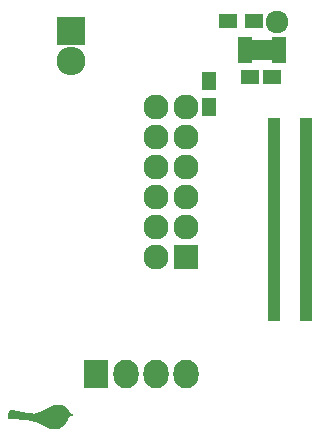
<source format=gbs>
G04 #@! TF.FileFunction,Soldermask,Bot*
%FSLAX46Y46*%
G04 Gerber Fmt 4.6, Leading zero omitted, Abs format (unit mm)*
G04 Created by KiCad (PCBNEW 4.0.1-stable) date Tuesday, January 12, 2016 'PMt' 12:54:15 PM*
%MOMM*%
G01*
G04 APERTURE LIST*
%ADD10C,0.100000*%
%ADD11C,0.010000*%
%ADD12R,1.060000X0.630000*%
%ADD13R,1.060000X0.750000*%
%ADD14R,1.600000X1.150000*%
%ADD15R,1.150000X0.700000*%
%ADD16R,1.275000X1.125000*%
%ADD17R,1.600000X1.300000*%
%ADD18C,1.924000*%
%ADD19R,2.127200X2.432000*%
%ADD20O,2.127200X2.432000*%
%ADD21R,2.127200X2.127200*%
%ADD22O,2.127200X2.127200*%
%ADD23R,2.432000X2.432000*%
%ADD24O,2.432000X2.432000*%
%ADD25R,1.300000X1.600000*%
G04 APERTURE END LIST*
D10*
D11*
G36*
X139930436Y-123647271D02*
X139904492Y-123648488D01*
X139879876Y-123650595D01*
X139855432Y-123653681D01*
X139830001Y-123657837D01*
X139812832Y-123661069D01*
X139787483Y-123666313D01*
X139763301Y-123671924D01*
X139739569Y-123678132D01*
X139715571Y-123685164D01*
X139690588Y-123693250D01*
X139663905Y-123702618D01*
X139634804Y-123713498D01*
X139602567Y-123726118D01*
X139578180Y-123735936D01*
X139545800Y-123749238D01*
X139512927Y-123763047D01*
X139479285Y-123777494D01*
X139444596Y-123792708D01*
X139408583Y-123808820D01*
X139370969Y-123825959D01*
X139331476Y-123844255D01*
X139289828Y-123863839D01*
X139245747Y-123884840D01*
X139198956Y-123907389D01*
X139149178Y-123931615D01*
X139096136Y-123957648D01*
X139039552Y-123985619D01*
X138979150Y-124015657D01*
X138939541Y-124035436D01*
X138883510Y-124063404D01*
X138831441Y-124089279D01*
X138783012Y-124113209D01*
X138737898Y-124135343D01*
X138695776Y-124155830D01*
X138656321Y-124174819D01*
X138619210Y-124192457D01*
X138584119Y-124208895D01*
X138550724Y-124224280D01*
X138518701Y-124238762D01*
X138487727Y-124252489D01*
X138457476Y-124265610D01*
X138427626Y-124278274D01*
X138397852Y-124290629D01*
X138367831Y-124302825D01*
X138337239Y-124315009D01*
X138305751Y-124327331D01*
X138293971Y-124331892D01*
X138277521Y-124338261D01*
X138262243Y-124344205D01*
X138248816Y-124349460D01*
X138237915Y-124353759D01*
X138230220Y-124356837D01*
X138226521Y-124358374D01*
X138219547Y-124361501D01*
X138237626Y-124383146D01*
X138266127Y-124414827D01*
X138298908Y-124446893D01*
X138335472Y-124478967D01*
X138375320Y-124510672D01*
X138417956Y-124541630D01*
X138462883Y-124571464D01*
X138509602Y-124599796D01*
X138557616Y-124626249D01*
X138558857Y-124626898D01*
X138621538Y-124657677D01*
X138688125Y-124686709D01*
X138757941Y-124713797D01*
X138830309Y-124738741D01*
X138904552Y-124761345D01*
X138979992Y-124781410D01*
X139055954Y-124798739D01*
X139131758Y-124813134D01*
X139206729Y-124824396D01*
X139253124Y-124829783D01*
X139266878Y-124830864D01*
X139284158Y-124831713D01*
X139304064Y-124832329D01*
X139325696Y-124832713D01*
X139348153Y-124832865D01*
X139370535Y-124832784D01*
X139391942Y-124832470D01*
X139411473Y-124831924D01*
X139428228Y-124831145D01*
X139441307Y-124830133D01*
X139444229Y-124829803D01*
X139492356Y-124822101D01*
X139536722Y-124811442D01*
X139577307Y-124797833D01*
X139614087Y-124781281D01*
X139647044Y-124761793D01*
X139659643Y-124752808D01*
X139687515Y-124729111D01*
X139711293Y-124702997D01*
X139731217Y-124674136D01*
X139747528Y-124642199D01*
X139755725Y-124621296D01*
X139762044Y-124601987D01*
X139766562Y-124584431D01*
X139769522Y-124567095D01*
X139771170Y-124548448D01*
X139771748Y-124526961D01*
X139771752Y-124520593D01*
X139771615Y-124481576D01*
X139787410Y-124479957D01*
X139803205Y-124478339D01*
X139820264Y-124489946D01*
X139837324Y-124501553D01*
X139838029Y-124524534D01*
X139836958Y-124556744D01*
X139832033Y-124590431D01*
X139823555Y-124624588D01*
X139811821Y-124658208D01*
X139797130Y-124690285D01*
X139780343Y-124718962D01*
X139755807Y-124751774D01*
X139727694Y-124781339D01*
X139696016Y-124807649D01*
X139660788Y-124830697D01*
X139622025Y-124850476D01*
X139579740Y-124866978D01*
X139533949Y-124880197D01*
X139484665Y-124890126D01*
X139431902Y-124896756D01*
X139425835Y-124897288D01*
X139406649Y-124898440D01*
X139383734Y-124899063D01*
X139358167Y-124899181D01*
X139331026Y-124898821D01*
X139303387Y-124898010D01*
X139276328Y-124896773D01*
X139250926Y-124895135D01*
X139228258Y-124893124D01*
X139221304Y-124892353D01*
X139144242Y-124881672D01*
X139066100Y-124867752D01*
X138987641Y-124850807D01*
X138909628Y-124831049D01*
X138832821Y-124808691D01*
X138757982Y-124783945D01*
X138685874Y-124757024D01*
X138617258Y-124728141D01*
X138592481Y-124716800D01*
X138532591Y-124687174D01*
X138475110Y-124655605D01*
X138420356Y-124622323D01*
X138368645Y-124587560D01*
X138320292Y-124551548D01*
X138275615Y-124514519D01*
X138234929Y-124476703D01*
X138198551Y-124438332D01*
X138176833Y-124412539D01*
X138166671Y-124400158D01*
X138159019Y-124391607D01*
X138153692Y-124386697D01*
X138150507Y-124385240D01*
X138150270Y-124385285D01*
X138140275Y-124387780D01*
X138126254Y-124390610D01*
X138108997Y-124393661D01*
X138089295Y-124396818D01*
X138067938Y-124399969D01*
X138045717Y-124402997D01*
X138023424Y-124405789D01*
X138001848Y-124408231D01*
X137981780Y-124410208D01*
X137972238Y-124411012D01*
X137951489Y-124412203D01*
X137928508Y-124412670D01*
X137902991Y-124412395D01*
X137874634Y-124411358D01*
X137843131Y-124409543D01*
X137808177Y-124406929D01*
X137769469Y-124403500D01*
X137726700Y-124399236D01*
X137679567Y-124394119D01*
X137665019Y-124392471D01*
X137597865Y-124384370D01*
X137526268Y-124374916D01*
X137450417Y-124364144D01*
X137370503Y-124352088D01*
X137286717Y-124338784D01*
X137199250Y-124324265D01*
X137108292Y-124308566D01*
X137014034Y-124291722D01*
X136916667Y-124273769D01*
X136816381Y-124254740D01*
X136713368Y-124234670D01*
X136607817Y-124213594D01*
X136499920Y-124191547D01*
X136389867Y-124168564D01*
X136277848Y-124144679D01*
X136164055Y-124119926D01*
X136144648Y-124115657D01*
X136123025Y-124110927D01*
X136102407Y-124106482D01*
X136083376Y-124102445D01*
X136066516Y-124098935D01*
X136052411Y-124096074D01*
X136041644Y-124093982D01*
X136034798Y-124092780D01*
X136033371Y-124092585D01*
X136014597Y-124092642D01*
X135994733Y-124096479D01*
X135975026Y-124103639D01*
X135956721Y-124113666D01*
X135941065Y-124126103D01*
X135940576Y-124126581D01*
X135933199Y-124135057D01*
X135924131Y-124147486D01*
X135913630Y-124163394D01*
X135901956Y-124182306D01*
X135889369Y-124203748D01*
X135876129Y-124227247D01*
X135862496Y-124252328D01*
X135848728Y-124278518D01*
X135835087Y-124305341D01*
X135821831Y-124332324D01*
X135809220Y-124358993D01*
X135797515Y-124384874D01*
X135791528Y-124398666D01*
X135772685Y-124445939D01*
X135757683Y-124490460D01*
X135746527Y-124532204D01*
X135739221Y-124571151D01*
X135735766Y-124607277D01*
X135736167Y-124640560D01*
X135740426Y-124670977D01*
X135748078Y-124697272D01*
X135754648Y-124711166D01*
X135763949Y-124726192D01*
X135774782Y-124740659D01*
X135785950Y-124752874D01*
X135790053Y-124756590D01*
X135800606Y-124764757D01*
X135812001Y-124771968D01*
X135824613Y-124778298D01*
X135838815Y-124783822D01*
X135854979Y-124788616D01*
X135873479Y-124792756D01*
X135894687Y-124796316D01*
X135918978Y-124799373D01*
X135946723Y-124802002D01*
X135978297Y-124804278D01*
X136014072Y-124806277D01*
X136041838Y-124807554D01*
X136055395Y-124808088D01*
X136073106Y-124808715D01*
X136094286Y-124809415D01*
X136118253Y-124810168D01*
X136144323Y-124810951D01*
X136171812Y-124811745D01*
X136200038Y-124812528D01*
X136228316Y-124813281D01*
X136242619Y-124813648D01*
X136315281Y-124815565D01*
X136383516Y-124817528D01*
X136447734Y-124819558D01*
X136508348Y-124821674D01*
X136565767Y-124823897D01*
X136620403Y-124826247D01*
X136672667Y-124828745D01*
X136722969Y-124831410D01*
X136771721Y-124834262D01*
X136819333Y-124837322D01*
X136866217Y-124840611D01*
X136912783Y-124844147D01*
X136959443Y-124847952D01*
X136984057Y-124850059D01*
X137088566Y-124859875D01*
X137189029Y-124870858D01*
X137286127Y-124883149D01*
X137380540Y-124896888D01*
X137472947Y-124912215D01*
X137564028Y-124929270D01*
X137654464Y-124948195D01*
X137744934Y-124969128D01*
X137836118Y-124992210D01*
X137928697Y-125017582D01*
X138023349Y-125045384D01*
X138120755Y-125075757D01*
X138194790Y-125099897D01*
X138233637Y-125112856D01*
X138269588Y-125125038D01*
X138303035Y-125136626D01*
X138334370Y-125147802D01*
X138363986Y-125158748D01*
X138392274Y-125169647D01*
X138419626Y-125180682D01*
X138446435Y-125192035D01*
X138473092Y-125203888D01*
X138499989Y-125216425D01*
X138527519Y-125229827D01*
X138556073Y-125244277D01*
X138586044Y-125259959D01*
X138617824Y-125277053D01*
X138651804Y-125295743D01*
X138688376Y-125316212D01*
X138727934Y-125338641D01*
X138770868Y-125363213D01*
X138815276Y-125388788D01*
X138849694Y-125408624D01*
X138880393Y-125426252D01*
X138907825Y-125441919D01*
X138932438Y-125455873D01*
X138954682Y-125468363D01*
X138975007Y-125479636D01*
X138993864Y-125489941D01*
X139011701Y-125499525D01*
X139028969Y-125508636D01*
X139046118Y-125517523D01*
X139063596Y-125526433D01*
X139078952Y-125534162D01*
X139123741Y-125556051D01*
X139165424Y-125575225D01*
X139204718Y-125591930D01*
X139242342Y-125606415D01*
X139279014Y-125618927D01*
X139315450Y-125629716D01*
X139352371Y-125639028D01*
X139390492Y-125647111D01*
X139423045Y-125652979D01*
X139463692Y-125659412D01*
X139501122Y-125664468D01*
X139536722Y-125668258D01*
X139571880Y-125670896D01*
X139607980Y-125672492D01*
X139646411Y-125673158D01*
X139672829Y-125673149D01*
X139691061Y-125673012D01*
X139708234Y-125672835D01*
X139723598Y-125672630D01*
X139736402Y-125672407D01*
X139745898Y-125672178D01*
X139751333Y-125671955D01*
X139751448Y-125671947D01*
X139813879Y-125665765D01*
X139875463Y-125656409D01*
X139935610Y-125644029D01*
X139993736Y-125628776D01*
X140049253Y-125610800D01*
X140101574Y-125590253D01*
X140141114Y-125571875D01*
X140199972Y-125539716D01*
X140257316Y-125503002D01*
X140313094Y-125461788D01*
X140367253Y-125416130D01*
X140419741Y-125366086D01*
X140470506Y-125311710D01*
X140519496Y-125253060D01*
X140566658Y-125190192D01*
X140611940Y-125123161D01*
X140655290Y-125052024D01*
X140696656Y-124976837D01*
X140699623Y-124971140D01*
X140724999Y-124919703D01*
X140748666Y-124866393D01*
X140770868Y-124810569D01*
X140791853Y-124751594D01*
X140811866Y-124688827D01*
X140823182Y-124650234D01*
X140828370Y-124632002D01*
X140996876Y-124564030D01*
X141023946Y-124553076D01*
X141049671Y-124542600D01*
X141073703Y-124532746D01*
X141095696Y-124523662D01*
X141115301Y-124515491D01*
X141132173Y-124508380D01*
X141145962Y-124502474D01*
X141156324Y-124497918D01*
X141162909Y-124494859D01*
X141165372Y-124493441D01*
X141165381Y-124493409D01*
X141163615Y-124491437D01*
X141158493Y-124486490D01*
X141150276Y-124478808D01*
X141139225Y-124468629D01*
X141125604Y-124456189D01*
X141109673Y-124441728D01*
X141091695Y-124425482D01*
X141071931Y-124407690D01*
X141050643Y-124388590D01*
X141028094Y-124368419D01*
X141010562Y-124352777D01*
X140855743Y-124214794D01*
X140845884Y-124187558D01*
X140826454Y-124139507D01*
X140803656Y-124093631D01*
X140777210Y-124049513D01*
X140746838Y-124006736D01*
X140712261Y-123964883D01*
X140673199Y-123923536D01*
X140661961Y-123912515D01*
X140615802Y-123871250D01*
X140566025Y-123833069D01*
X140512811Y-123798064D01*
X140456341Y-123766324D01*
X140396797Y-123737941D01*
X140334361Y-123713004D01*
X140269215Y-123691605D01*
X140201540Y-123673835D01*
X140169943Y-123666972D01*
X140139499Y-123661050D01*
X140112261Y-123656407D01*
X140086814Y-123652888D01*
X140061744Y-123650335D01*
X140035636Y-123648592D01*
X140007075Y-123647501D01*
X139990933Y-123647143D01*
X139958864Y-123646853D01*
X139930436Y-123647271D01*
X139930436Y-123647271D01*
G37*
X139930436Y-123647271D02*
X139904492Y-123648488D01*
X139879876Y-123650595D01*
X139855432Y-123653681D01*
X139830001Y-123657837D01*
X139812832Y-123661069D01*
X139787483Y-123666313D01*
X139763301Y-123671924D01*
X139739569Y-123678132D01*
X139715571Y-123685164D01*
X139690588Y-123693250D01*
X139663905Y-123702618D01*
X139634804Y-123713498D01*
X139602567Y-123726118D01*
X139578180Y-123735936D01*
X139545800Y-123749238D01*
X139512927Y-123763047D01*
X139479285Y-123777494D01*
X139444596Y-123792708D01*
X139408583Y-123808820D01*
X139370969Y-123825959D01*
X139331476Y-123844255D01*
X139289828Y-123863839D01*
X139245747Y-123884840D01*
X139198956Y-123907389D01*
X139149178Y-123931615D01*
X139096136Y-123957648D01*
X139039552Y-123985619D01*
X138979150Y-124015657D01*
X138939541Y-124035436D01*
X138883510Y-124063404D01*
X138831441Y-124089279D01*
X138783012Y-124113209D01*
X138737898Y-124135343D01*
X138695776Y-124155830D01*
X138656321Y-124174819D01*
X138619210Y-124192457D01*
X138584119Y-124208895D01*
X138550724Y-124224280D01*
X138518701Y-124238762D01*
X138487727Y-124252489D01*
X138457476Y-124265610D01*
X138427626Y-124278274D01*
X138397852Y-124290629D01*
X138367831Y-124302825D01*
X138337239Y-124315009D01*
X138305751Y-124327331D01*
X138293971Y-124331892D01*
X138277521Y-124338261D01*
X138262243Y-124344205D01*
X138248816Y-124349460D01*
X138237915Y-124353759D01*
X138230220Y-124356837D01*
X138226521Y-124358374D01*
X138219547Y-124361501D01*
X138237626Y-124383146D01*
X138266127Y-124414827D01*
X138298908Y-124446893D01*
X138335472Y-124478967D01*
X138375320Y-124510672D01*
X138417956Y-124541630D01*
X138462883Y-124571464D01*
X138509602Y-124599796D01*
X138557616Y-124626249D01*
X138558857Y-124626898D01*
X138621538Y-124657677D01*
X138688125Y-124686709D01*
X138757941Y-124713797D01*
X138830309Y-124738741D01*
X138904552Y-124761345D01*
X138979992Y-124781410D01*
X139055954Y-124798739D01*
X139131758Y-124813134D01*
X139206729Y-124824396D01*
X139253124Y-124829783D01*
X139266878Y-124830864D01*
X139284158Y-124831713D01*
X139304064Y-124832329D01*
X139325696Y-124832713D01*
X139348153Y-124832865D01*
X139370535Y-124832784D01*
X139391942Y-124832470D01*
X139411473Y-124831924D01*
X139428228Y-124831145D01*
X139441307Y-124830133D01*
X139444229Y-124829803D01*
X139492356Y-124822101D01*
X139536722Y-124811442D01*
X139577307Y-124797833D01*
X139614087Y-124781281D01*
X139647044Y-124761793D01*
X139659643Y-124752808D01*
X139687515Y-124729111D01*
X139711293Y-124702997D01*
X139731217Y-124674136D01*
X139747528Y-124642199D01*
X139755725Y-124621296D01*
X139762044Y-124601987D01*
X139766562Y-124584431D01*
X139769522Y-124567095D01*
X139771170Y-124548448D01*
X139771748Y-124526961D01*
X139771752Y-124520593D01*
X139771615Y-124481576D01*
X139787410Y-124479957D01*
X139803205Y-124478339D01*
X139820264Y-124489946D01*
X139837324Y-124501553D01*
X139838029Y-124524534D01*
X139836958Y-124556744D01*
X139832033Y-124590431D01*
X139823555Y-124624588D01*
X139811821Y-124658208D01*
X139797130Y-124690285D01*
X139780343Y-124718962D01*
X139755807Y-124751774D01*
X139727694Y-124781339D01*
X139696016Y-124807649D01*
X139660788Y-124830697D01*
X139622025Y-124850476D01*
X139579740Y-124866978D01*
X139533949Y-124880197D01*
X139484665Y-124890126D01*
X139431902Y-124896756D01*
X139425835Y-124897288D01*
X139406649Y-124898440D01*
X139383734Y-124899063D01*
X139358167Y-124899181D01*
X139331026Y-124898821D01*
X139303387Y-124898010D01*
X139276328Y-124896773D01*
X139250926Y-124895135D01*
X139228258Y-124893124D01*
X139221304Y-124892353D01*
X139144242Y-124881672D01*
X139066100Y-124867752D01*
X138987641Y-124850807D01*
X138909628Y-124831049D01*
X138832821Y-124808691D01*
X138757982Y-124783945D01*
X138685874Y-124757024D01*
X138617258Y-124728141D01*
X138592481Y-124716800D01*
X138532591Y-124687174D01*
X138475110Y-124655605D01*
X138420356Y-124622323D01*
X138368645Y-124587560D01*
X138320292Y-124551548D01*
X138275615Y-124514519D01*
X138234929Y-124476703D01*
X138198551Y-124438332D01*
X138176833Y-124412539D01*
X138166671Y-124400158D01*
X138159019Y-124391607D01*
X138153692Y-124386697D01*
X138150507Y-124385240D01*
X138150270Y-124385285D01*
X138140275Y-124387780D01*
X138126254Y-124390610D01*
X138108997Y-124393661D01*
X138089295Y-124396818D01*
X138067938Y-124399969D01*
X138045717Y-124402997D01*
X138023424Y-124405789D01*
X138001848Y-124408231D01*
X137981780Y-124410208D01*
X137972238Y-124411012D01*
X137951489Y-124412203D01*
X137928508Y-124412670D01*
X137902991Y-124412395D01*
X137874634Y-124411358D01*
X137843131Y-124409543D01*
X137808177Y-124406929D01*
X137769469Y-124403500D01*
X137726700Y-124399236D01*
X137679567Y-124394119D01*
X137665019Y-124392471D01*
X137597865Y-124384370D01*
X137526268Y-124374916D01*
X137450417Y-124364144D01*
X137370503Y-124352088D01*
X137286717Y-124338784D01*
X137199250Y-124324265D01*
X137108292Y-124308566D01*
X137014034Y-124291722D01*
X136916667Y-124273769D01*
X136816381Y-124254740D01*
X136713368Y-124234670D01*
X136607817Y-124213594D01*
X136499920Y-124191547D01*
X136389867Y-124168564D01*
X136277848Y-124144679D01*
X136164055Y-124119926D01*
X136144648Y-124115657D01*
X136123025Y-124110927D01*
X136102407Y-124106482D01*
X136083376Y-124102445D01*
X136066516Y-124098935D01*
X136052411Y-124096074D01*
X136041644Y-124093982D01*
X136034798Y-124092780D01*
X136033371Y-124092585D01*
X136014597Y-124092642D01*
X135994733Y-124096479D01*
X135975026Y-124103639D01*
X135956721Y-124113666D01*
X135941065Y-124126103D01*
X135940576Y-124126581D01*
X135933199Y-124135057D01*
X135924131Y-124147486D01*
X135913630Y-124163394D01*
X135901956Y-124182306D01*
X135889369Y-124203748D01*
X135876129Y-124227247D01*
X135862496Y-124252328D01*
X135848728Y-124278518D01*
X135835087Y-124305341D01*
X135821831Y-124332324D01*
X135809220Y-124358993D01*
X135797515Y-124384874D01*
X135791528Y-124398666D01*
X135772685Y-124445939D01*
X135757683Y-124490460D01*
X135746527Y-124532204D01*
X135739221Y-124571151D01*
X135735766Y-124607277D01*
X135736167Y-124640560D01*
X135740426Y-124670977D01*
X135748078Y-124697272D01*
X135754648Y-124711166D01*
X135763949Y-124726192D01*
X135774782Y-124740659D01*
X135785950Y-124752874D01*
X135790053Y-124756590D01*
X135800606Y-124764757D01*
X135812001Y-124771968D01*
X135824613Y-124778298D01*
X135838815Y-124783822D01*
X135854979Y-124788616D01*
X135873479Y-124792756D01*
X135894687Y-124796316D01*
X135918978Y-124799373D01*
X135946723Y-124802002D01*
X135978297Y-124804278D01*
X136014072Y-124806277D01*
X136041838Y-124807554D01*
X136055395Y-124808088D01*
X136073106Y-124808715D01*
X136094286Y-124809415D01*
X136118253Y-124810168D01*
X136144323Y-124810951D01*
X136171812Y-124811745D01*
X136200038Y-124812528D01*
X136228316Y-124813281D01*
X136242619Y-124813648D01*
X136315281Y-124815565D01*
X136383516Y-124817528D01*
X136447734Y-124819558D01*
X136508348Y-124821674D01*
X136565767Y-124823897D01*
X136620403Y-124826247D01*
X136672667Y-124828745D01*
X136722969Y-124831410D01*
X136771721Y-124834262D01*
X136819333Y-124837322D01*
X136866217Y-124840611D01*
X136912783Y-124844147D01*
X136959443Y-124847952D01*
X136984057Y-124850059D01*
X137088566Y-124859875D01*
X137189029Y-124870858D01*
X137286127Y-124883149D01*
X137380540Y-124896888D01*
X137472947Y-124912215D01*
X137564028Y-124929270D01*
X137654464Y-124948195D01*
X137744934Y-124969128D01*
X137836118Y-124992210D01*
X137928697Y-125017582D01*
X138023349Y-125045384D01*
X138120755Y-125075757D01*
X138194790Y-125099897D01*
X138233637Y-125112856D01*
X138269588Y-125125038D01*
X138303035Y-125136626D01*
X138334370Y-125147802D01*
X138363986Y-125158748D01*
X138392274Y-125169647D01*
X138419626Y-125180682D01*
X138446435Y-125192035D01*
X138473092Y-125203888D01*
X138499989Y-125216425D01*
X138527519Y-125229827D01*
X138556073Y-125244277D01*
X138586044Y-125259959D01*
X138617824Y-125277053D01*
X138651804Y-125295743D01*
X138688376Y-125316212D01*
X138727934Y-125338641D01*
X138770868Y-125363213D01*
X138815276Y-125388788D01*
X138849694Y-125408624D01*
X138880393Y-125426252D01*
X138907825Y-125441919D01*
X138932438Y-125455873D01*
X138954682Y-125468363D01*
X138975007Y-125479636D01*
X138993864Y-125489941D01*
X139011701Y-125499525D01*
X139028969Y-125508636D01*
X139046118Y-125517523D01*
X139063596Y-125526433D01*
X139078952Y-125534162D01*
X139123741Y-125556051D01*
X139165424Y-125575225D01*
X139204718Y-125591930D01*
X139242342Y-125606415D01*
X139279014Y-125618927D01*
X139315450Y-125629716D01*
X139352371Y-125639028D01*
X139390492Y-125647111D01*
X139423045Y-125652979D01*
X139463692Y-125659412D01*
X139501122Y-125664468D01*
X139536722Y-125668258D01*
X139571880Y-125670896D01*
X139607980Y-125672492D01*
X139646411Y-125673158D01*
X139672829Y-125673149D01*
X139691061Y-125673012D01*
X139708234Y-125672835D01*
X139723598Y-125672630D01*
X139736402Y-125672407D01*
X139745898Y-125672178D01*
X139751333Y-125671955D01*
X139751448Y-125671947D01*
X139813879Y-125665765D01*
X139875463Y-125656409D01*
X139935610Y-125644029D01*
X139993736Y-125628776D01*
X140049253Y-125610800D01*
X140101574Y-125590253D01*
X140141114Y-125571875D01*
X140199972Y-125539716D01*
X140257316Y-125503002D01*
X140313094Y-125461788D01*
X140367253Y-125416130D01*
X140419741Y-125366086D01*
X140470506Y-125311710D01*
X140519496Y-125253060D01*
X140566658Y-125190192D01*
X140611940Y-125123161D01*
X140655290Y-125052024D01*
X140696656Y-124976837D01*
X140699623Y-124971140D01*
X140724999Y-124919703D01*
X140748666Y-124866393D01*
X140770868Y-124810569D01*
X140791853Y-124751594D01*
X140811866Y-124688827D01*
X140823182Y-124650234D01*
X140828370Y-124632002D01*
X140996876Y-124564030D01*
X141023946Y-124553076D01*
X141049671Y-124542600D01*
X141073703Y-124532746D01*
X141095696Y-124523662D01*
X141115301Y-124515491D01*
X141132173Y-124508380D01*
X141145962Y-124502474D01*
X141156324Y-124497918D01*
X141162909Y-124494859D01*
X141165372Y-124493441D01*
X141165381Y-124493409D01*
X141163615Y-124491437D01*
X141158493Y-124486490D01*
X141150276Y-124478808D01*
X141139225Y-124468629D01*
X141125604Y-124456189D01*
X141109673Y-124441728D01*
X141091695Y-124425482D01*
X141071931Y-124407690D01*
X141050643Y-124388590D01*
X141028094Y-124368419D01*
X141010562Y-124352777D01*
X140855743Y-124214794D01*
X140845884Y-124187558D01*
X140826454Y-124139507D01*
X140803656Y-124093631D01*
X140777210Y-124049513D01*
X140746838Y-124006736D01*
X140712261Y-123964883D01*
X140673199Y-123923536D01*
X140661961Y-123912515D01*
X140615802Y-123871250D01*
X140566025Y-123833069D01*
X140512811Y-123798064D01*
X140456341Y-123766324D01*
X140396797Y-123737941D01*
X140334361Y-123713004D01*
X140269215Y-123691605D01*
X140201540Y-123673835D01*
X140169943Y-123666972D01*
X140139499Y-123661050D01*
X140112261Y-123656407D01*
X140086814Y-123652888D01*
X140061744Y-123650335D01*
X140035636Y-123648592D01*
X140007075Y-123647501D01*
X139990933Y-123647143D01*
X139958864Y-123646853D01*
X139930436Y-123647271D01*
D12*
X161005000Y-115800000D03*
X158295000Y-115800000D03*
X161005000Y-100200000D03*
X158295000Y-100200000D03*
X161005000Y-115400000D03*
X161005000Y-115000000D03*
X161005000Y-114600000D03*
X161005000Y-114200000D03*
X161005000Y-113800000D03*
X161005000Y-113400000D03*
X161005000Y-113000000D03*
X161005000Y-112600000D03*
X161005000Y-112200000D03*
X161005000Y-111800000D03*
X161005000Y-111400000D03*
X161005000Y-111000000D03*
X161005000Y-110600000D03*
X161005000Y-110200000D03*
X161005000Y-109800000D03*
X161005000Y-109400000D03*
X161005000Y-109000000D03*
X161005000Y-108600000D03*
X161005000Y-108200000D03*
X161005000Y-107800000D03*
X161005000Y-107400000D03*
X161005000Y-107000000D03*
X161005000Y-106600000D03*
X161005000Y-106200000D03*
X161005000Y-105800000D03*
X161005000Y-105400000D03*
X161005000Y-105000000D03*
X161005000Y-104600000D03*
X161005000Y-104200000D03*
X161005000Y-103800000D03*
X161005000Y-103400000D03*
X161005000Y-103000000D03*
X161005000Y-102600000D03*
X161005000Y-102200000D03*
X161005000Y-101800000D03*
X161005000Y-101400000D03*
X161005000Y-101000000D03*
X161005000Y-100600000D03*
D13*
X161005000Y-99725000D03*
X158295000Y-99725000D03*
X161005000Y-116275000D03*
X158295000Y-116275000D03*
D12*
X158295000Y-100600000D03*
X158295000Y-101000000D03*
X158295000Y-101400000D03*
X158295000Y-101800000D03*
X158295000Y-102200000D03*
X158295000Y-102600000D03*
X158295000Y-103000000D03*
X158295000Y-103400000D03*
X158295000Y-103800000D03*
X158295000Y-104200000D03*
X158295000Y-104600000D03*
X158295000Y-105000000D03*
X158295000Y-105400000D03*
X158295000Y-105800000D03*
X158295000Y-106200000D03*
X158295000Y-106600000D03*
X158295000Y-107000000D03*
X158295000Y-107400000D03*
X158295000Y-107800000D03*
X158295000Y-108200000D03*
X158295000Y-108600000D03*
X158295000Y-109000000D03*
X158295000Y-109400000D03*
X158295000Y-109800000D03*
X158295000Y-110200000D03*
X158295000Y-110600000D03*
X158295000Y-111000000D03*
X158295000Y-111400000D03*
X158295000Y-111800000D03*
X158295000Y-112200000D03*
X158295000Y-112600000D03*
X158295000Y-113000000D03*
X158295000Y-113400000D03*
X158295000Y-113800000D03*
X158295000Y-114200000D03*
X158295000Y-114600000D03*
X158295000Y-115000000D03*
X158295000Y-115400000D03*
D14*
X156250000Y-95900000D03*
X158150000Y-95900000D03*
D15*
X158712500Y-92862500D03*
X158712500Y-93362500D03*
X158712500Y-93862500D03*
X158712500Y-94362500D03*
X155812500Y-94362500D03*
X155812500Y-93862500D03*
X155812500Y-93362500D03*
X155812500Y-92862500D03*
D16*
X156825000Y-93975000D03*
X156825000Y-93250000D03*
X157700000Y-93975000D03*
X157700000Y-93250000D03*
D17*
X156550000Y-91200000D03*
X154350000Y-91200000D03*
D18*
X158550000Y-91250000D03*
D19*
X143180000Y-121090000D03*
D20*
X145720000Y-121090000D03*
X148260000Y-121090000D03*
X150800000Y-121090000D03*
D21*
X150850000Y-111180000D03*
D22*
X148310000Y-111180000D03*
X150850000Y-108640000D03*
X148310000Y-108640000D03*
X150850000Y-106100000D03*
X148310000Y-106100000D03*
X150850000Y-103560000D03*
X148310000Y-103560000D03*
X150850000Y-101020000D03*
X148310000Y-101020000D03*
X150850000Y-98480000D03*
X148310000Y-98480000D03*
D23*
X141070000Y-92060000D03*
D24*
X141070000Y-94600000D03*
D25*
X152780000Y-96290000D03*
X152780000Y-98490000D03*
M02*

</source>
